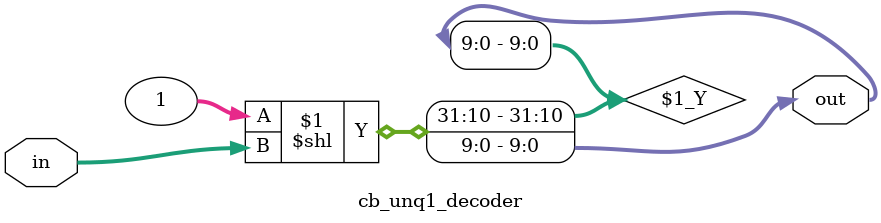
<source format=v>
module cb_unq1_decoder (
    input wire [3:0] in,
    output wire [9:0] out
);

    assign out = (1 << in);

endmodule


</source>
